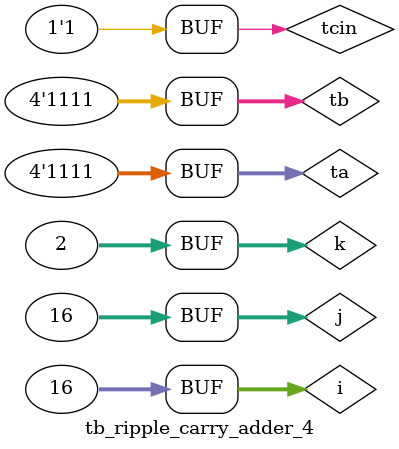
<source format=v>
`timescale 1ns / 1ps


module tb_ripple_carry_adder_4();
reg [3:0]ta,tb;
reg tcin;
wire [3:0]tsum;
wire tcout;
integer i,j,k;
ripple_carry_adder_4 DUT(tsum,tcout,ta,tb,tcin);
initial
begin
for(k=0;k<=1'd1;k=k+1)
begin
    for(i=0;i<=4'd15;i=i+1)
      begin
      for(j=0;j<=4'd15;j=j+1)
      begin
         ta=i;
         tb=j;
         tcin=k;
         #50;
      end
    end
end
end
endmodule

</source>
